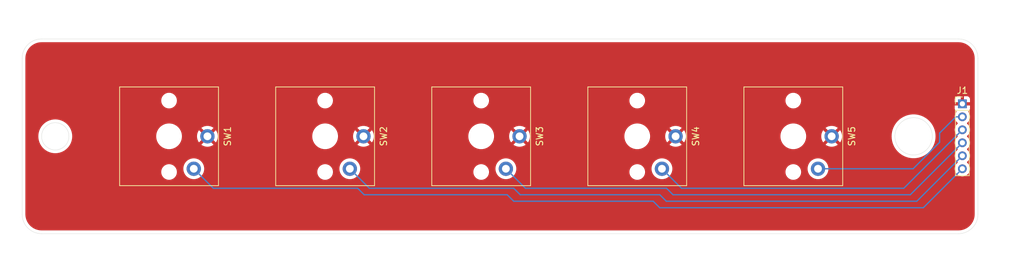
<source format=kicad_pcb>
(kicad_pcb (version 20240108) (generator "pcbnew") (generator_version "8.0")
  (layers (0 "F.Cu" signal) (31 "B.Cu" signal) (34 "B.Paste" user) (35 "F.Paste" user) (36 "B.SilkS" user "B.Silkscreen") (37 "F.SilkS" user "F.Silkscreen") (38 "B.Mask" user) (39 "F.Mask" user) (44 "Edge.Cuts" user))
  (net 0 "")
  (net 1 "Net-(J1-Pin_3)")
  (net 2 "Net-(J1-Pin_5)")
  (net 3 "Net-(J1-Pin_2)")
  (net 4 "Net-(J1-Pin_6)")
  (net 5 "Net-(J1-Pin_4)")
  (net 6 "GND")
  (footprint "ScottoKeebs_Choc:Choc_V1" (layer "F.Cu") (at 103.5 99.5 -90)
    (property "Reference" "SW1" (at 0 -9 90) (layer "F.SilkS"))
    (property "Value" "Green")
    (fp_line (start -7.6 7.6) (end 7.6 7.6) (stroke (width 0.12)) (layer "F.SilkS"))
    (fp_line (start 7.6 7.6) (end 7.6 -7.6) (stroke (width 0.12)) (layer "F.SilkS"))
    (fp_line (start -7.6 -7.6) (end -7.6 7.6) (stroke (width 0.12)) (layer "F.SilkS"))
    (fp_line (start 7.6 -7.6) (end -7.6 -7.6) (stroke (width 0.12)) (layer "F.SilkS"))
    (pad "" np_thru_hole circle (at -5.5 0 270) (size 1.9 1.9) (drill 1.9) (layers "*.Cu" "*.Mask"))
    (pad "" np_thru_hole circle (at 0 0 270) (size 3.45 3.45) (drill 3.45) (layers "*.Cu" "*.Mask"))
    (pad "" np_thru_hole circle (at 5.5 0 270) (size 1.9 1.9) (drill 1.9) (layers "*.Cu" "*.Mask"))
    (pad "1" thru_hole circle (at 0 -5.9 270) (size 2.2 2.2) (drill 1.2) (layers "*.Cu" "*.Mask") (net 6 "GND"))
    (pad "2" thru_hole circle (at 5 -3.8 270) (size 2.2 2.2) (drill 1.2) (layers "*.Cu" "*.Mask") (net 4 "Net-(J1-Pin_6)"))
  )
  (footprint "ScottoKeebs_Choc:Choc_V1" (layer "F.Cu") (at 199.5 99.5 -90)
    (property "Reference" "SW5" (at 0 -9 90) (layer "F.SilkS"))
    (property "Value" "Orange")
    (fp_line (start -7.6 7.6) (end 7.6 7.6) (stroke (width 0.12)) (layer "F.SilkS"))
    (fp_line (start 7.6 7.6) (end 7.6 -7.6) (stroke (width 0.12)) (layer "F.SilkS"))
    (fp_line (start -7.6 -7.6) (end -7.6 7.6) (stroke (width 0.12)) (layer "F.SilkS"))
    (fp_line (start 7.6 -7.6) (end -7.6 -7.6) (stroke (width 0.12)) (layer "F.SilkS"))
    (pad "" np_thru_hole circle (at -5.5 0 270) (size 1.9 1.9) (drill 1.9) (layers "*.Cu" "*.Mask"))
    (pad "" np_thru_hole circle (at 0 0 270) (size 3.45 3.45) (drill 3.45) (layers "*.Cu" "*.Mask"))
    (pad "" np_thru_hole circle (at 5.5 0 270) (size 1.9 1.9) (drill 1.9) (layers "*.Cu" "*.Mask"))
    (pad "1" thru_hole circle (at 0 -5.9 270) (size 2.2 2.2) (drill 1.2) (layers "*.Cu" "*.Mask") (net 6 "GND"))
    (pad "2" thru_hole circle (at 5 -3.8 270) (size 2.2 2.2) (drill 1.2) (layers "*.Cu" "*.Mask") (net 3 "Net-(J1-Pin_2)"))
  )
  (footprint "ScottoKeebs_Choc:Choc_V1" (layer "F.Cu") (at 127.5 99.5 -90)
    (property "Reference" "SW2" (at 0 -9 90) (layer "F.SilkS"))
    (property "Value" "Red")
    (fp_line (start -7.6 7.6) (end 7.6 7.6) (stroke (width 0.12)) (layer "F.SilkS"))
    (fp_line (start 7.6 7.6) (end 7.6 -7.6) (stroke (width 0.12)) (layer "F.SilkS"))
    (fp_line (start -7.6 -7.6) (end -7.6 7.6) (stroke (width 0.12)) (layer "F.SilkS"))
    (fp_line (start 7.6 -7.6) (end -7.6 -7.6) (stroke (width 0.12)) (layer "F.SilkS"))
    (pad "" np_thru_hole circle (at -5.5 0 270) (size 1.9 1.9) (drill 1.9) (layers "*.Cu" "*.Mask"))
    (pad "" np_thru_hole circle (at 0 0 270) (size 3.45 3.45) (drill 3.45) (layers "*.Cu" "*.Mask"))
    (pad "" np_thru_hole circle (at 5.5 0 270) (size 1.9 1.9) (drill 1.9) (layers "*.Cu" "*.Mask"))
    (pad "1" thru_hole circle (at 0 -5.9 270) (size 2.2 2.2) (drill 1.2) (layers "*.Cu" "*.Mask") (net 6 "GND"))
    (pad "2" thru_hole circle (at 5 -3.8 270) (size 2.2 2.2) (drill 1.2) (layers "*.Cu" "*.Mask") (net 2 "Net-(J1-Pin_5)"))
  )
  (footprint "ScottoKeebs_Choc:Choc_V1" (layer "F.Cu") (at 151.5 99.5 -90)
    (property "Reference" "SW3" (at 0 -9 90) (layer "F.SilkS"))
    (property "Value" "Yellow")
    (fp_line (start -7.6 7.6) (end 7.6 7.6) (stroke (width 0.12)) (layer "F.SilkS"))
    (fp_line (start 7.6 7.6) (end 7.6 -7.6) (stroke (width 0.12)) (layer "F.SilkS"))
    (fp_line (start -7.6 -7.6) (end -7.6 7.6) (stroke (width 0.12)) (layer "F.SilkS"))
    (fp_line (start 7.6 -7.6) (end -7.6 -7.6) (stroke (width 0.12)) (layer "F.SilkS"))
    (pad "" np_thru_hole circle (at -5.5 0 270) (size 1.9 1.9) (drill 1.9) (layers "*.Cu" "*.Mask"))
    (pad "" np_thru_hole circle (at 0 0 270) (size 3.45 3.45) (drill 3.45) (layers "*.Cu" "*.Mask"))
    (pad "" np_thru_hole circle (at 5.5 0 270) (size 1.9 1.9) (drill 1.9) (layers "*.Cu" "*.Mask"))
    (pad "1" thru_hole circle (at 0 -5.9 270) (size 2.2 2.2) (drill 1.2) (layers "*.Cu" "*.Mask") (net 6 "GND"))
    (pad "2" thru_hole circle (at 5 -3.8 270) (size 2.2 2.2) (drill 1.2) (layers "*.Cu" "*.Mask") (net 5 "Net-(J1-Pin_4)"))
  )
  (footprint "ScottoKeebs_Choc:Choc_V1" (layer "F.Cu") (at 175.5 99.5 -90)
    (property "Reference" "SW4" (at 0 -9 90) (layer "F.SilkS"))
    (property "Value" "Blue")
    (fp_line (start -7.6 7.6) (end 7.6 7.6) (stroke (width 0.12)) (layer "F.SilkS"))
    (fp_line (start 7.6 7.6) (end 7.6 -7.6) (stroke (width 0.12)) (layer "F.SilkS"))
    (fp_line (start -7.6 -7.6) (end -7.6 7.6) (stroke (width 0.12)) (layer "F.SilkS"))
    (fp_line (start 7.6 -7.6) (end -7.6 -7.6) (stroke (width 0.12)) (layer "F.SilkS"))
    (pad "" np_thru_hole circle (at -5.5 0 270) (size 1.9 1.9) (drill 1.9) (layers "*.Cu" "*.Mask"))
    (pad "" np_thru_hole circle (at 0 0 270) (size 3.45 3.45) (drill 3.45) (layers "*.Cu" "*.Mask"))
    (pad "" np_thru_hole circle (at 5.5 0 270) (size 1.9 1.9) (drill 1.9) (layers "*.Cu" "*.Mask"))
    (pad "1" thru_hole circle (at 0 -5.9 270) (size 2.2 2.2) (drill 1.2) (layers "*.Cu" "*.Mask") (net 6 "GND"))
    (pad "2" thru_hole circle (at 5 -3.8 270) (size 2.2 2.2) (drill 1.2) (layers "*.Cu" "*.Mask") (net 1 "Net-(J1-Pin_3)"))
  )
  (footprint "Connector_PinHeader_2.00mm:PinHeader_1x06_P2.00mm_Vertical" (layer "F.Cu") (at 225.5 94.5)
    (property "Reference" "J1" (at 0 -2.06 360) (layer "F.SilkS"))
    (property "Value" "Conn_01x06")
    (fp_line (start -1.06 -1.06) (end 0 -1.06) (stroke (width 0.12)) (layer "F.SilkS"))
    (fp_line (start -1.06 0) (end -1.06 -1.06) (stroke (width 0.12)) (layer "F.SilkS"))
    (fp_line (start -1.06 1) (end -1.06 11.06) (stroke (width 0.12)) (layer "F.SilkS"))
    (fp_line (start -1.06 1) (end 1.06 1) (stroke (width 0.12)) (layer "F.SilkS"))
    (fp_line (start -1.06 11.06) (end 1.06 11.06) (stroke (width 0.12)) (layer "F.SilkS"))
    (fp_line (start 1.06 1) (end 1.06 11.06) (stroke (width 0.12)) (layer "F.SilkS"))
    (pad "1" thru_hole rect (at 0 0) (size 1.35 1.35) (drill 0.8) (layers "*.Cu" "*.Mask") (net 6 "GND"))
    (pad "2" thru_hole oval (at 0 2) (size 1.35 1.35) (drill 0.8) (layers "*.Cu" "*.Mask") (net 3 "Net-(J1-Pin_2)"))
    (pad "3" thru_hole oval (at 0 4) (size 1.35 1.35) (drill 0.8) (layers "*.Cu" "*.Mask") (net 1 "Net-(J1-Pin_3)"))
    (pad "4" thru_hole oval (at 0 6) (size 1.35 1.35) (drill 0.8) (layers "*.Cu" "*.Mask") (net 5 "Net-(J1-Pin_4)"))
    (pad "5" thru_hole oval (at 0 8) (size 1.35 1.35) (drill 0.8) (layers "*.Cu" "*.Mask") (net 2 "Net-(J1-Pin_5)"))
    (pad "6" thru_hole oval (at 0 10) (size 1.35 1.35) (drill 0.8) (layers "*.Cu" "*.Mask") (net 4 "Net-(J1-Pin_6)"))
  )
  (gr_arc (start 80.9 87.5) (mid 81.77868 85.37868) (end 83.9 84.5) (stroke (width 0.05)) (layer "Edge.Cuts"))
  (gr_line (start 224.9 114.5) (end 83.9 114.5) (stroke (width 0.05)) (layer "Edge.Cuts"))
  (gr_circle (center 218 99.5) (end 220.875 99.5) (stroke (width 0.05)) (fill none) (layer "Edge.Cuts"))
  (gr_line (start 83.9 84.5) (end 224.9 84.5) (stroke (width 0.05)) (layer "Edge.Cuts"))
  (gr_circle (center 86 99.5) (end 88.1 99.5) (stroke (width 0.05)) (fill none) (layer "Edge.Cuts"))
  (gr_arc (start 83.9 114.5) (mid 81.77868 113.62132) (end 80.9 111.5) (stroke (width 0.05)) (layer "Edge.Cuts"))
  (gr_arc (start 224.9 84.5) (mid 227.02132 85.37868) (end 227.9 87.5) (stroke (width 0.05)) (layer "Edge.Cuts"))
  (gr_line (start 80.9 111.5) (end 80.9 87.5) (stroke (width 0.05)) (layer "Edge.Cuts"))
  (gr_line (start 227.9 87.5) (end 227.9 111.5) (stroke (width 0.05)) (layer "Edge.Cuts"))
  (gr_arc (start 227.9 111.5) (mid 227.02132 113.62132) (end 224.9 114.5) (stroke (width 0.05)) (layer "Edge.Cuts"))
  (segment (start 182.3 107.5) (end 179.3 104.5) (width 0.2) (layer "B.Cu") (net 1))
  (segment (start 225.5 98.5) (end 216.5 107.5) (width 0.2) (layer "B.Cu") (net 1))
  (segment (start 216.5 107.5) (end 182.3 107.5) (width 0.2) (layer "B.Cu") (net 1))
  (segment (start 218.5 109.5) (end 179.967157 109.5) (width 0.2) (layer "B.Cu") (net 2))
  (segment (start 225.5 102.5) (end 218.5 109.5) (width 0.2) (layer "B.Cu") (net 2))
  (segment (start 178.967157 108.5) (end 157.5 108.5) (width 0.2) (layer "B.Cu") (net 2))
  (segment (start 156.5 107.5) (end 134.3 107.5) (width 0.2) (layer "B.Cu") (net 2))
  (segment (start 134.3 107.5) (end 131.3 104.5) (width 0.2) (layer "B.Cu") (net 2))
  (segment (start 157.5 108.5) (end 156.5 107.5) (width 0.2) (layer "B.Cu") (net 2))
  (segment (start 179.967157 109.5) (end 178.967157 108.5) (width 0.2) (layer "B.Cu") (net 2))
  (segment (start 225.5 96.5) (end 224.5 96.5) (width 0.2) (layer "B.Cu") (net 3))
  (segment (start 217.926004 104.5) (end 203.3 104.5) (width 0.2) (layer "B.Cu") (net 3))
  (segment (start 224.5 96.5) (end 222 99) (width 0.2) (layer "B.Cu") (net 3))
  (segment (start 222 99) (end 222 100.426004) (width 0.2) (layer "B.Cu") (net 3))
  (segment (start 222 100.426004) (end 217.926004 104.5) (width 0.2) (layer "B.Cu") (net 3))
  (segment (start 110.3 107.5) (end 107.3 104.5) (width 0.2) (layer "B.Cu") (net 4))
  (segment (start 155.5 108.5) (end 133.5 108.5) (width 0.2) (layer "B.Cu") (net 4))
  (segment (start 133.5 108.5) (end 132.5 107.5) (width 0.2) (layer "B.Cu") (net 4))
  (segment (start 225.5 104.5) (end 219.5 110.5) (width 0.2) (layer "B.Cu") (net 4))
  (segment (start 219.5 110.5) (end 178.950735 110.5) (width 0.2) (layer "B.Cu") (net 4))
  (segment (start 178.950735 110.5) (end 177.950735 109.5) (width 0.2) (layer "B.Cu") (net 4))
  (segment (start 132.5 107.5) (end 110.3 107.5) (width 0.2) (layer "B.Cu") (net 4))
  (segment (start 156.5 109.5) (end 155.5 108.5) (width 0.2) (layer "B.Cu") (net 4))
  (segment (start 177.950735 109.5) (end 156.5 109.5) (width 0.2) (layer "B.Cu") (net 4))
  (segment (start 181 108.5) (end 180 107.5) (width 0.2) (layer "B.Cu") (net 5))
  (segment (start 217.5 108.5) (end 181 108.5) (width 0.2) (layer "B.Cu") (net 5))
  (segment (start 158.3 107.5) (end 155.3 104.5) (width 0.2) (layer "B.Cu") (net 5))
  (segment (start 180 107.5) (end 158.3 107.5) (width 0.2) (layer "B.Cu") (net 5))
  (segment (start 225.5 100.5) (end 217.5 108.5) (width 0.2) (layer "B.Cu") (net 5))
  (zone (net 6) (net_name "GND") (layer "F.Cu") (connect_pads (clearance 0.5)) (min_thickness 0.25) (fill yes (thermal_gap 0.5) (thermal_bridge_width 0.5))
    (polygon (pts (xy 232 79.5) (xy 235 120) (xy 77.5 121) (xy 79 80) (xy 88.5 78.5)))
  )
)
</source>
